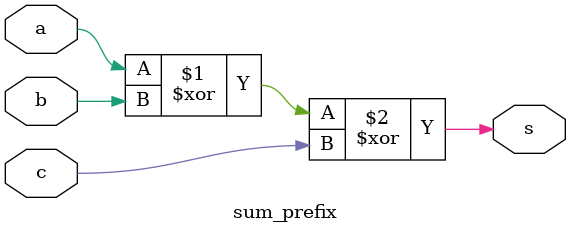
<source format=sv>
`timescale 1ns / 1ps


module sum_prefix(
input logic a,b,c,output logic s
    );
    assign s=(a^b)^c;
endmodule

</source>
